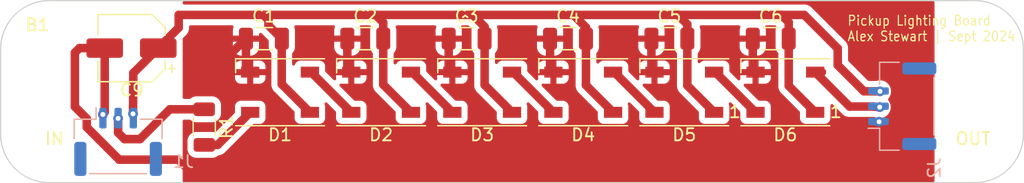
<source format=kicad_pcb>
(kicad_pcb (version 20221018) (generator pcbnew)
  (layers (0 "F.Cu" signal) (31 "B.Cu" signal) (34 "B.Paste" user) (35 "F.Paste" user) (36 "B.SilkS" user "B.Silkscreen") (37 "F.SilkS" user "F.Silkscreen") (38 "B.Mask" user) (39 "F.Mask" user) (44 "Edge.Cuts" user))
  (net 0 "")
  (net 1 "GND")
  (net 2 "VDD")
  (net 3 "Net-(D1-DOUT)")
  (net 4 "Net-(D1-DIN)")
  (net 5 "Net-(D2-DOUT)")
  (net 6 "Net-(D3-DOUT)")
  (net 7 "Net-(D4-DOUT)")
  (net 8 "Net-(D5-DOUT)")
  (net 9 "Net-(D6-DOUT)")
  (net 10 "Net-(J1-Pin_2)")
  (footprint "Resistor_SMD:R_1206_3216Metric" (layer "F.Cu") (at 129.275 27.8625 -90)
    (fp_text reference "R1" (at 0 -1.82 90) (layer "F.SilkS"))
    (fp_text value "470R" hide)
    (fp_line (start -0.727064 -0.91) (end 0.727064 -0.91) (stroke (width 0.12)) (layer "F.SilkS"))
    (fp_line (start -0.727064 0.91) (end 0.727064 0.91) (stroke (width 0.12)) (layer "F.SilkS"))
    (pad "1" smd roundrect (at -1.4625 0 270) (size 1.125 1.75) (layers "F.Cu" "F.Paste" "F.Mask") (roundrect_rratio 0.2222222222) (net 10 "Net-(J1-Pin_2)"))
    (pad "2" smd roundrect (at 1.4625 0 270) (size 1.125 1.75) (layers "F.Cu" "F.Paste" "F.Mask") (roundrect_rratio 0.2222222222) (net 4 "Net-(D1-DIN)"))
  )
  (footprint "Capacitor_SMD:C_1206_3216Metric" (layer "F.Cu") (at 142.5 20.6)
    (fp_text reference "C2" (at 0 -1.85) (layer "F.SilkS"))
    (fp_text value "100nf" hide)
    (fp_line (start -0.711252 -0.91) (end 0.711252 -0.91) (stroke (width 0.12)) (layer "F.SilkS"))
    (fp_line (start -0.711252 0.91) (end 0.711252 0.91) (stroke (width 0.12)) (layer "F.SilkS"))
    (pad "1" smd roundrect (at -1.475 0) (size 1.15 1.8) (layers "F.Cu" "F.Paste" "F.Mask") (roundrect_rratio 0.2173913043) (net 1 "GND"))
    (pad "2" smd roundrect (at 1.475 0) (size 1.15 1.8) (layers "F.Cu" "F.Paste" "F.Mask") (roundrect_rratio 0.2173913043) (net 2 "VDD"))
  )
  (footprint "Capacitor_SMD:CP_Elec_5x5.4" (layer "F.Cu") (at 123.3 21.375 180)
    (fp_text reference "C9" (at -0.025 -3.45) (layer "F.SilkS"))
    (fp_text value "100uf 10V" hide)
    (fp_line (start -3.625 -1.685) (end -3 -1.685) (stroke (width 0.12)) (layer "F.SilkS"))
    (fp_line (start -3.3125 -1.9975) (end -3.3125 -1.3725) (stroke (width 0.12)) (layer "F.SilkS"))
    (fp_line (start -2.76 -1.695563) (end -2.76 -1.06) (stroke (width 0.12)) (layer "F.SilkS"))
    (fp_line (start -2.76 -1.695563) (end -1.695563 -2.76) (stroke (width 0.12)) (layer "F.SilkS"))
    (fp_line (start -2.76 1.695563) (end -2.76 1.06) (stroke (width 0.12)) (layer "F.SilkS"))
    (fp_line (start -2.76 1.695563) (end -1.695563 2.76) (stroke (width 0.12)) (layer "F.SilkS"))
    (fp_line (start -1.695563 -2.76) (end 2.76 -2.76) (stroke (width 0.12)) (layer "F.SilkS"))
    (fp_line (start -1.695563 2.76) (end 2.76 2.76) (stroke (width 0.12)) (layer "F.SilkS"))
    (fp_line (start 2.76 -2.76) (end 2.76 -1.06) (stroke (width 0.12)) (layer "F.SilkS"))
    (fp_line (start 2.76 2.76) (end 2.76 1.06) (stroke (width 0.12)) (layer "F.SilkS"))
    (pad "1" smd roundrect (at -2.2 0 180) (size 3 1.6) (layers "F.Cu" "F.Paste" "F.Mask") (roundrect_rratio 0.15625) (net 2 "VDD"))
    (pad "2" smd roundrect (at 2.2 0 180) (size 3 1.6) (layers "F.Cu" "F.Paste" "F.Mask") (roundrect_rratio 0.15625) (net 1 "GND"))
  )
  (footprint "Capacitor_SMD:C_1206_3216Metric" (layer "F.Cu") (at 167.475 20.6)
    (fp_text reference "C5" (at 0 -1.85) (layer "F.SilkS"))
    (fp_text value "100nf" hide)
    (fp_line (start -0.711252 -0.91) (end 0.711252 -0.91) (stroke (width 0.12)) (layer "F.SilkS"))
    (fp_line (start -0.711252 0.91) (end 0.711252 0.91) (stroke (width 0.12)) (layer "F.SilkS"))
    (pad "1" smd roundrect (at -1.475 0) (size 1.15 1.8) (layers "F.Cu" "F.Paste" "F.Mask") (roundrect_rratio 0.2173913043) (net 1 "GND"))
    (pad "2" smd roundrect (at 1.475 0) (size 1.15 1.8) (layers "F.Cu" "F.Paste" "F.Mask") (roundrect_rratio 0.2173913043) (net 2 "VDD"))
  )
  (footprint "LED_SMD:LED_WS2812B_PLCC4_5.0x5.0mm_P3.2mm" (layer "F.Cu") (at 143.8 25 180)
    (fp_text reference "D2" (at 0 -3.5) (layer "F.SilkS"))
    (fp_text value "WS2812B" hide)
    (fp_line (start -3.65 -2.75) (end 3.65 -2.75) (stroke (width 0.12)) (layer "F.SilkS"))
    (fp_line (start -3.65 2.75) (end 3.65 2.75) (stroke (width 0.12)) (layer "F.SilkS"))
    (fp_line (start 3.65 2.75) (end 3.65 1.6) (stroke (width 0.12)) (layer "F.SilkS"))
    (pad "1" smd rect (at -2.45 -1.65 180) (size 1.5 0.9) (layers "F.Cu" "F.Paste" "F.Mask") (net 2 "VDD"))
    (pad "2" smd rect (at -2.45 1.65 180) (size 1.5 0.9) (layers "F.Cu" "F.Paste" "F.Mask") (net 5 "Net-(D2-DOUT)"))
    (pad "3" smd rect (at 2.45 1.65 180) (size 1.5 0.9) (layers "F.Cu" "F.Paste" "F.Mask") (net 1 "GND"))
    (pad "4" smd rect (at 2.45 -1.65 180) (size 1.5 0.9) (layers "F.Cu" "F.Paste" "F.Mask") (net 3 "Net-(D1-DOUT)"))
  )
  (footprint "LED_SMD:LED_WS2812B_PLCC4_5.0x5.0mm_P3.2mm" (layer "F.Cu") (at 177 25 180)
    (fp_text reference "D6" (at 0 -3.5) (layer "F.SilkS"))
    (fp_text value "WS2812B" hide)
    (fp_text user "1" (at -4.15 -1.6) (layer "F.SilkS"))
    (fp_line (start -3.65 -2.75) (end 3.65 -2.75) (stroke (width 0.12)) (layer "F.SilkS"))
    (fp_line (start -3.65 2.75) (end 3.65 2.75) (stroke (width 0.12)) (layer "F.SilkS"))
    (fp_line (start 3.65 2.75) (end 3.65 1.6) (stroke (width 0.12)) (layer "F.SilkS"))
    (pad "1" smd rect (at -2.45 -1.65 180) (size 1.5 0.9) (layers "F.Cu" "F.Paste" "F.Mask") (net 2 "VDD"))
    (pad "2" smd rect (at -2.45 1.65 180) (size 1.5 0.9) (layers "F.Cu" "F.Paste" "F.Mask") (net 9 "Net-(D6-DOUT)"))
    (pad "3" smd rect (at 2.45 1.65 180) (size 1.5 0.9) (layers "F.Cu" "F.Paste" "F.Mask") (net 1 "GND"))
    (pad "4" smd rect (at 2.45 -1.65 180) (size 1.5 0.9) (layers "F.Cu" "F.Paste" "F.Mask") (net 8 "Net-(D5-DOUT)"))
  )
  (footprint "Capacitor_SMD:C_1206_3216Metric" (layer "F.Cu") (at 159.15 20.6)
    (fp_text reference "C4" (at 0 -1.85) (layer "F.SilkS"))
    (fp_text value "100nf" hide)
    (fp_line (start -0.711252 -0.91) (end 0.711252 -0.91) (stroke (width 0.12)) (layer "F.SilkS"))
    (fp_line (start -0.711252 0.91) (end 0.711252 0.91) (stroke (width 0.12)) (layer "F.SilkS"))
    (pad "1" smd roundrect (at -1.475 0) (size 1.15 1.8) (layers "F.Cu" "F.Paste" "F.Mask") (roundrect_rratio 0.2173913043) (net 1 "GND"))
    (pad "2" smd roundrect (at 1.475 0) (size 1.15 1.8) (layers "F.Cu" "F.Paste" "F.Mask") (roundrect_rratio 0.2173913043) (net 2 "VDD"))
  )
  (footprint "Capacitor_SMD:C_1206_3216Metric" (layer "F.Cu") (at 150.825 20.6)
    (fp_text reference "C3" (at 0 -1.85) (layer "F.SilkS"))
    (fp_text value "100nf" hide)
    (fp_line (start -0.711252 -0.91) (end 0.711252 -0.91) (stroke (width 0.12)) (layer "F.SilkS"))
    (fp_line (start -0.711252 0.91) (end 0.711252 0.91) (stroke (width 0.12)) (layer "F.SilkS"))
    (pad "1" smd roundrect (at -1.475 0) (size 1.15 1.8) (layers "F.Cu" "F.Paste" "F.Mask") (roundrect_rratio 0.2173913043) (net 1 "GND"))
    (pad "2" smd roundrect (at 1.475 0) (size 1.15 1.8) (layers "F.Cu" "F.Paste" "F.Mask") (roundrect_rratio 0.2173913043) (net 2 "VDD"))
  )
  (footprint "MountingHole:MountingHole_2.5mm" (layer "F.Cu") (at 115.375 25)
    (fp_text reference "REF**" hide)
    (fp_text value "MountingHole_2.5mm" hide)
    (pad "" np_thru_hole circle (at 0 0) (size 2.5 2.5) (drill 2.5) (layers "F&B.Cu" "*.Mask"))
  )
  (footprint "LED_SMD:LED_WS2812B_PLCC4_5.0x5.0mm_P3.2mm" (layer "F.Cu") (at 168.7 25 180)
    (fp_text reference "D5" (at 0 -3.5) (layer "F.SilkS"))
    (fp_text value "WS2812B" hide)
    (fp_text user "1" (at -4.15 -1.6) (layer "F.SilkS"))
    (fp_line (start -3.65 -2.75) (end 3.65 -2.75) (stroke (width 0.12)) (layer "F.SilkS"))
    (fp_line (start -3.65 2.75) (end 3.65 2.75) (stroke (width 0.12)) (layer "F.SilkS"))
    (fp_line (start 3.65 2.75) (end 3.65 1.6) (stroke (width 0.12)) (layer "F.SilkS"))
    (pad "1" smd rect (at -2.45 -1.65 180) (size 1.5 0.9) (layers "F.Cu" "F.Paste" "F.Mask") (net 2 "VDD"))
    (pad "2" smd rect (at -2.45 1.65 180) (size 1.5 0.9) (layers "F.Cu" "F.Paste" "F.Mask") (net 8 "Net-(D5-DOUT)"))
    (pad "3" smd rect (at 2.45 1.65 180) (size 1.5 0.9) (layers "F.Cu" "F.Paste" "F.Mask") (net 1 "GND"))
    (pad "4" smd rect (at 2.45 -1.65 180) (size 1.5 0.9) (layers "F.Cu" "F.Paste" "F.Mask") (net 7 "Net-(D4-DOUT)"))
  )
  (footprint "MountingHole:MountingHole_2.5mm" (layer "F.Cu") (at 193.725 25)
    (fp_text reference "REF**" hide)
    (fp_text value "MountingHole_2.5mm" hide)
    (pad "" np_thru_hole circle (at 0 0) (size 2.5 2.5) (drill 2.5) (layers "*.Cu" "*.Mask"))
  )
  (footprint "Capacitor_SMD:C_1206_3216Metric" (layer "F.Cu") (at 134.175 20.6)
    (fp_text reference "C1" (at 0 -1.85) (layer "F.SilkS"))
    (fp_text value "100nf" hide)
    (fp_line (start -0.711252 -0.91) (end 0.711252 -0.91) (stroke (width 0.12)) (layer "F.SilkS"))
    (fp_line (start -0.711252 0.91) (end 0.711252 0.91) (stroke (width 0.12)) (layer "F.SilkS"))
    (pad "1" smd roundrect (at -1.475 0) (size 1.15 1.8) (layers "F.Cu" "F.Paste" "F.Mask") (roundrect_rratio 0.2173913043) (net 1 "GND"))
    (pad "2" smd roundrect (at 1.475 0) (size 1.15 1.8) (layers "F.Cu" "F.Paste" "F.Mask") (roundrect_rratio 0.2173913043) (net 2 "VDD"))
  )
  (footprint "LED_SMD:LED_WS2812B_PLCC4_5.0x5.0mm_P3.2mm" (layer "F.Cu") (at 135.5 25 180)
    (fp_text reference "D1" (at 0 -3.5) (layer "F.SilkS"))
    (fp_text value "WS2812B" hide)
    (fp_line (start -3.65 -2.75) (end 3.65 -2.75) (stroke (width 0.12)) (layer "F.SilkS"))
    (fp_line (start -3.65 2.75) (end 3.65 2.75) (stroke (width 0.12)) (layer "F.SilkS"))
    (fp_line (start 3.65 2.75) (end 3.65 1.6) (stroke (width 0.12)) (layer "F.SilkS"))
    (pad "1" smd rect (at -2.45 -1.65 180) (size 1.5 0.9) (layers "F.Cu" "F.Paste" "F.Mask") (net 2 "VDD"))
    (pad "2" smd rect (at -2.45 1.65 180) (size 1.5 0.9) (layers "F.Cu" "F.Paste" "F.Mask") (net 3 "Net-(D1-DOUT)"))
    (pad "3" smd rect (at 2.45 1.65 180) (size 1.5 0.9) (layers "F.Cu" "F.Paste" "F.Mask") (net 1 "GND"))
    (pad "4" smd rect (at 2.45 -1.65 180) (size 1.5 0.9) (layers "F.Cu" "F.Paste" "F.Mask") (net 4 "Net-(D1-DIN)"))
  )
  (footprint "LED_SMD:LED_WS2812B_PLCC4_5.0x5.0mm_P3.2mm" (layer "F.Cu") (at 152.1 25 180)
    (fp_text reference "D3" (at 0 -3.5) (layer "F.SilkS"))
    (fp_text value "WS2812B" hide)
    (fp_line (start -3.65 -2.75) (end 3.65 -2.75) (stroke (width 0.12)) (layer "F.SilkS"))
    (fp_line (start -3.65 2.75) (end 3.65 2.75) (stroke (width 0.12)) (layer "F.SilkS"))
    (fp_line (start 3.65 2.75) (end 3.65 1.6) (stroke (width 0.12)) (layer "F.SilkS"))
    (pad "1" smd rect (at -2.45 -1.65 180) (size 1.5 0.9) (layers "F.Cu" "F.Paste" "F.Mask") (net 2 "VDD"))
    (pad "2" smd rect (at -2.45 1.65 180) (size 1.5 0.9) (layers "F.Cu" "F.Paste" "F.Mask") (net 6 "Net-(D3-DOUT)"))
    (pad "3" smd rect (at 2.45 1.65 180) (size 1.5 0.9) (layers "F.Cu" "F.Paste" "F.Mask") (net 1 "GND"))
    (pad "4" smd rect (at 2.45 -1.65 180) (size 1.5 0.9) (layers "F.Cu" "F.Paste" "F.Mask") (net 5 "Net-(D2-DOUT)"))
  )
  (footprint "LED_SMD:LED_WS2812B_PLCC4_5.0x5.0mm_P3.2mm" (layer "F.Cu") (at 160.4 25 180)
    (fp_text reference "D4" (at 0 -3.5) (layer "F.SilkS"))
    (fp_text value "WS2812B" hide)
    (fp_line (start -3.65 -2.75) (end 3.65 -2.75) (stroke (width 0.12)) (layer "F.SilkS"))
    (fp_line (start -3.65 2.75) (end 3.65 2.75) (stroke (width 0.12)) (layer "F.SilkS"))
    (fp_line (start 3.65 2.75) (end 3.65 1.6) (stroke (width 0.12)) (layer "F.SilkS"))
    (pad "1" smd rect (at -2.45 -1.65 180) (size 1.5 0.9) (layers "F.Cu" "F.Paste" "F.Mask") (net 2 "VDD"))
    (pad "2" smd rect (at -2.45 1.65 180) (size 1.5 0.9) (layers "F.Cu" "F.Paste" "F.Mask") (net 7 "Net-(D4-DOUT)"))
    (pad "3" smd rect (at 2.45 1.65 180) (size 1.5 0.9) (layers "F.Cu" "F.Paste" "F.Mask") (net 1 "GND"))
    (pad "4" smd rect (at 2.45 -1.65 180) (size 1.5 0.9) (layers "F.Cu" "F.Paste" "F.Mask") (net 6 "Net-(D3-DOUT)"))
  )
  (footprint "Capacitor_SMD:C_1206_3216Metric" (layer "F.Cu") (at 175.8 20.6)
    (fp_text reference "C6" (at 0 -1.85) (layer "F.SilkS"))
    (fp_text value "100nf" hide)
    (fp_line (start -0.711252 -0.91) (end 0.711252 -0.91) (stroke (width 0.12)) (layer "F.SilkS"))
    (fp_line (start -0.711252 0.91) (end 0.711252 0.91) (stroke (width 0.12)) (layer "F.SilkS"))
    (pad "1" smd roundrect (at -1.475 0) (size 1.15 1.8) (layers "F.Cu" "F.Paste" "F.Mask") (roundrect_rratio 0.2173913043) (net 1 "GND"))
    (pad "2" smd roundrect (at 1.475 0) (size 1.15 1.8) (layers "F.Cu" "F.Paste" "F.Mask") (roundrect_rratio 0.2173913043) (net 2 "VDD"))
  )
  (footprint "Connector_JST:JST_GH_BM03B-GHS-TBT_1x03-1MP_P1.25mm_Vertical" (layer "B.Cu") (at 186.6 26.15 90)
    (fp_text reference "J2" (at -5.075 2.625 90) (layer "B.SilkS") (effects (justify mirror)))
    (fp_text value "Board 1 Out")
    (fp_line (start -3.61 -1.86) (end -1.81 -1.86) (stroke (width 0.12)) (layer "B.SilkS"))
    (fp_line (start -3.61 -0.26) (end -3.61 -1.86) (stroke (width 0.12)) (layer "B.SilkS"))
    (fp_line (start -2.34 2.61) (end 2.34 2.61) (stroke (width 0.12)) (layer "B.SilkS"))
    (fp_line (start -1.81 -1.86) (end -1.81 -2.8) (stroke (width 0.12)) (layer "B.SilkS"))
    (fp_line (start 3.61 -1.86) (end 1.81 -1.86) (stroke (width 0.12)) (layer "B.SilkS"))
    (fp_line (start 3.61 -0.26) (end 3.61 -1.86) (stroke (width 0.12)) (layer "B.SilkS"))
    (pad "1" smd roundrect (at -1.25 -1.95 90) (size 0.6 1.7) (layers "B.Cu" "B.Paste" "B.Mask") (net 1 "GND"))
    (pad "2" smd roundrect (at 0 -1.95 90) (size 0.6 1.7) (layers "B.Cu" "B.Paste" "B.Mask") (net 9 "Net-(D6-DOUT)"))
    (pad "3" smd roundrect (at 1.25 -1.95 90) (size 0.6 1.7) (layers "B.Cu" "B.Paste" "B.Mask") (net 2 "VDD"))
    (pad "MP" smd roundrect (at -3.1 1.4 90) (size 1 2.8) (layers "B.Cu" "B.Paste" "B.Mask"))
    (pad "MP" smd roundrect (at 3.1 1.4 90) (size 1 2.8) (layers "B.Cu" "B.Paste" "B.Mask"))
  )
  (footprint "Connector_JST:JST_GH_BM03B-GHS-TBT_1x03-1MP_P1.25mm_Vertical" (layer "B.Cu") (at 122.2 29.075)
    (fp_text reference "J1" (at 5.375 1.625) (layer "B.SilkS") (effects (justify mirror)))
    (fp_text value "Board 1 In")
    (fp_line (start -3.61 -1.86) (end -1.81 -1.86) (stroke (width 0.12)) (layer "B.SilkS"))
    (fp_line (start -3.61 -0.26) (end -3.61 -1.86) (stroke (width 0.12)) (layer "B.SilkS"))
    (fp_line (start -2.34 2.61) (end 2.34 2.61) (stroke (width 0.12)) (layer "B.SilkS"))
    (fp_line (start -1.81 -1.86) (end -1.81 -2.8) (stroke (width 0.12)) (layer "B.SilkS"))
    (fp_line (start 3.61 -1.86) (end 1.81 -1.86) (stroke (width 0.12)) (layer "B.SilkS"))
    (fp_line (start 3.61 -0.26) (end 3.61 -1.86) (stroke (width 0.12)) (layer "B.SilkS"))
    (pad "1" smd roundrect (at -1.25 -1.95) (size 0.6 1.7) (layers "B.Cu" "B.Paste" "B.Mask") (net 1 "GND"))
    (pad "2" smd roundrect (at 0 -1.95) (size 0.6 1.7) (layers "B.Cu" "B.Paste" "B.Mask") (net 10 "Net-(J1-Pin_2)"))
    (pad "3" smd roundrect (at 1.25 -1.95) (size 0.6 1.7) (layers "B.Cu" "B.Paste" "B.Mask") (net 2 "VDD"))
    (pad "MP" smd roundrect (at -3.1 1.4) (size 1 2.8) (layers "B.Cu" "B.Paste" "B.Mask"))
    (pad "MP" smd roundrect (at 3.1 1.4) (size 1 2.8) (layers "B.Cu" "B.Paste" "B.Mask"))
  )
  (gr_line (start 112.55 28.425) (end 112.55 21.475) (stroke (width 0.1)) (layer "Edge.Cuts"))
  (gr_line (start 116.55 32.425) (end 192.55 32.425) (stroke (width 0.1)) (layer "Edge.Cuts"))
  (gr_arc (start 116.55 32.425) (mid 113.721573 31.253427) (end 112.55 28.425) (stroke (width 0.1)) (layer "Edge.Cuts"))
  (gr_arc (start 112.55 21.475) (mid 113.721573 18.646573) (end 116.55 17.475) (stroke (width 0.1)) (layer "Edge.Cuts"))
  (gr_line (start 196.55 21.475) (end 196.55 28.425) (stroke (width 0.1)) (layer "Edge.Cuts"))
  (gr_arc (start 196.55 28.425) (mid 195.378427 31.253427) (end 192.55 32.425) (stroke (width 0.1)) (layer "Edge.Cuts"))
  (gr_arc (start 192.55 17.475) (mid 195.378427 18.646573) (end 196.55 21.475) (stroke (width 0.1)) (layer "Edge.Cuts"))
  (gr_line (start 192.55 17.475) (end 116.55 17.475) (stroke (width 0.1)) (layer "Edge.Cuts"))
  (gr_text "IN" (at 116.1 29.4) (layer "F.SilkS") (effects (font (size 1 1)) (justify left bottom)))
  (gr_text "OUT" (at 190.9 29.4) (layer "F.SilkS") (effects (font (size 1 1)) (justify left bottom)))
  (gr_text "B1" (at 114.5 20.05) (layer "F.SilkS") (effects (font (size 1 1)) (justify left bottom)))
  (gr_text "Pickup Lighting Board\nAlex Stewart | Sept 2024" (at 182.05 20.875) (layer "F.SilkS") (effects (font (size 0.8 0.7) (thickness 0.1)) (justify left bottom)))
  (gr_text "^" (at 150.325 19.875) (layer "F.SilkS") (effects (font (size 1 1)) (justify left bottom)))
  (segment (start 122.2875 30.5375) (end 127.1625 30.5375) (width 0.7) (layer "F.Cu") (net 1))
  (segment (start 118.65 26.189214) (end 119.625 27.164214) (width 0.7) (layer "F.Cu") (net 1))
  (segment (start 120.95 26.775) (end 120.95 26.825) (width 0.7) (layer "F.Cu") (net 1))
  (segment (start 121.1 21.375) (end 119.025 21.375) (width 0.7) (layer "F.Cu") (net 1))
  (segment (start 129.525 31.325) (end 129.55 31.3) (width 0.7) (layer "F.Cu") (net 1))
  (segment (start 141.025 20.6) (end 141.025 23.025) (width 0.7) (layer "F.Cu") (net 1))
  (segment (start 149.35 20.6) (end 149.35 23.05) (width 0.7) (layer "F.Cu") (net 1))
  (segment (start 132.7 23) (end 133.05 23.35) (width 0.7) (layer "F.Cu") (net 1))
  (segment (start 127.1625 30.5375) (end 127.95 31.325) (width 0.7) (layer "F.Cu") (net 1))
  (segment (start 149.35 23.05) (end 149.65 23.35) (width 0.7) (layer "F.Cu") (net 1))
  (segment (start 127.95 31.325) (end 129.525 31.325) (width 0.7) (layer "F.Cu") (net 1))
  (segment (start 121.1 26.625) (end 120.95 26.775) (width 0.7) (layer "F.Cu") (net 1))
  (segment (start 131.65 21.65) (end 132.7 20.6) (width 0.7) (layer "F.Cu") (net 1))
  (segment (start 174.325 23.125) (end 174.55 23.35) (width 0.7) (layer "F.Cu") (net 1))
  (segment (start 120.95 26.825) (end 120.9 26.825) (width 0.7) (layer "F.Cu") (net 1))
  (segment (start 174.325 20.6) (end 174.325 23.125) (width 0.7) (layer "F.Cu") (net 1))
  (segment (start 132.7 20.6) (end 132.7 23) (width 0.7) (layer "F.Cu") (net 1))
  (segment (start 118.65 21.75) (end 118.65 26.189214) (width 0.7) (layer "F.Cu") (net 1))
  (segment (start 119.625 27.875) (end 122.2875 30.5375) (width 0.7) (layer "F.Cu") (net 1))
  (segment (start 119.025 21.375) (end 118.65 21.75) (width 0.7) (layer "F.Cu") (net 1))
  (segment (start 119.625 27.164214) (end 119.625 27.875) (width 0.7) (layer "F.Cu") (net 1))
  (segment (start 166 20.6) (end 166 23.1) (width 0.7) (layer "F.Cu") (net 1))
  (segment (start 157.675 20.6) (end 157.675 23.075) (width 0.7) (layer "F.Cu") (net 1))
  (segment (start 141.025 23.025) (end 141.35 23.35) (width 0.7) (layer "F.Cu") (net 1))
  (segment (start 121.1 21.375) (end 121.1 26.625) (width 0.7) (layer "F.Cu") (net 1))
  (segment (start 157.675 23.075) (end 157.95 23.35) (width 0.7) (layer "F.Cu") (net 1))
  (segment (start 166 23.1) (end 166.25 23.35) (width 0.7) (layer "F.Cu") (net 1))
  (segment (start 120.9 26.825) (end 120.95 26.775) (width 0.7) (layer "F.Cu") (net 1))
  (via (at 120.95 26.825) (size 0.8) (drill 0.4) (layers "F.Cu" "B.Cu") (net 1))
  (via (at 184.7 27.425) (size 0.8) (drill 0.4) (layers "F.Cu" "B.Cu") (net 1))
  (segment (start 160.625 24.425) (end 162.85 26.65) (width 0.7) (layer "F.Cu") (net 2))
  (segment (start 184.775 24.925) (end 184.675 24.925) (width 0.7) (layer "F.Cu") (net 2))
  (segment (start 168.95 20.6) (end 168.95 24.45) (width 0.7) (layer "F.Cu") (net 2))
  (segment (start 168.95 24.45) (end 171.15 26.65) (width 0.7) (layer "F.Cu") (net 2))
  (segment (start 181.3 22.775) (end 183.45 24.925) (width 0.7) (layer "F.Cu") (net 2))
  (segment (start 127.175 19.7) (end 125.5 21.375) (width 0.7) (layer "F.Cu") (net 2))
  (segment (start 168.95 20.6) (end 168.95 19.425) (width 0.7) (layer "F.Cu") (net 2))
  (segment (start 151.325 18.65) (end 159.6 18.65) (width 0.7) (layer "F.Cu") (net 2))
  (segment (start 123.45 23.425) (end 123.425 26.775) (width 0.7) (layer "F.Cu") (net 2))
  (segment (start 143.975 20.6) (end 143.975 19.275) (width 0.7) (layer "F.Cu") (net 2))
  (segment (start 152.3 20.6) (end 152.3 24.4) (width 0.7) (layer "F.Cu") (net 2))
  (segment (start 135.6375 20.6) (end 135.6375 24.3375) (width 0.7) (layer "F.Cu") (net 2))
  (segment (start 181.3 21.4) (end 181.3 22.775) (width 0.7) (layer "F.Cu") (net 2))
  (segment (start 168.175 18.65) (end 176.675 18.65) (width 0.7) (layer "F.Cu") (net 2))
  (segment (start 135.6375 24.3375) (end 137.95 26.65) (width 0.7) (layer "F.Cu") (net 2))
  (segment (start 134.125 18.65) (end 134.55 19.075) (width 0.7) (layer "F.Cu") (net 2))
  (segment (start 134.125 18.65) (end 127.175 18.65) (width 0.7) (layer "F.Cu") (net 2))
  (segment (start 134.55 19.5125) (end 135.6375 20.6) (width 0.7) (layer "F.Cu") (net 2))
  (segment (start 178.55 18.65) (end 181.3 21.4) (width 0.7) (layer "F.Cu") (net 2))
  (segment (start 177.275 20.6) (end 177.275 19.25) (width 0.7) (layer "F.Cu") (net 2))
  (segment (start 183.45 24.925) (end 184.775 24.925) (width 0.7) (layer "F.Cu") (net 2))
  (segment (start 143.975 20.6) (end 143.975 24.375) (width 0.7) (layer "F.Cu") (net 2))
  (segment (start 152.3 19.625) (end 151.325 18.65) (width 0.7) (layer "F.Cu") (net 2))
  (segment (start 152.3 20.6) (end 152.3 19.625) (width 0.7) (layer "F.Cu") (net 2))
  (segment (start 143.975 24.375) (end 146.25 26.65) (width 0.7) (layer "F.Cu") (net 2))
  (segment (start 125.5 21.375) (end 123.45 23.425) (width 0.7) (layer "F.Cu") (net 2))
  (segment (start 160.625 20.6) (end 160.625 24.425) (width 0.7) (layer "F.Cu") (net 2))
  (segment (start 143.975 19.275) (end 143.35 18.65) (width 0.7) (layer "F.Cu") (net 2))
  (segment (start 152.3 24.4) (end 154.55 26.65) (width 0.7) (layer "F.Cu") (net 2))
  (segment (start 159.6 18.65) (end 168.175 18.65) (width 0.7) (layer "F.Cu") (net 2))
  (segment (start 176.675 18.65) (end 178.55 18.65) (width 0.7) (layer "F.Cu") (net 2))
  (segment (start 134.125 18.65) (end 143.35 18.65) (width 0.7) (layer "F.Cu") (net 2))
  (segment (start 123.425 26.775) (end 123.45 26.625) (width 0.7) (layer "F.Cu") (net 2))
  (segment (start 168.95 19.425) (end 168.175 18.65) (width 0.7) (layer "F.Cu") (net 2))
  (segment (start 160.625 19.675) (end 159.6 18.65) (width 0.7) (layer "F.Cu") (net 2))
  (segment (start 143.35 18.65) (end 151.325 18.65) (width 0.7) (layer "F.Cu") (net 2))
  (segment (start 134.55 19.075) (end 134.55 19.5125) (width 0.7) (layer "F.Cu") (net 2))
  (segment (start 177.275 24.475) (end 179.45 26.65) (width 0.7) (layer "F.Cu") (net 2))
  (segment (start 177.275 19.25) (end 176.675 18.65) (width 0.7) (layer "F.Cu") (net 2))
  (segment (start 160.625 20.6) (end 160.625 19.675) (width 0.7) (layer "F.Cu") (net 2))
  (segment (start 127.175 18.65) (end 127.175 19.7) (width 0.7) (layer "F.Cu") (net 2))
  (segment (start 177.275 20.6) (end 177.275 24.475) (width 0.7) (layer "F.Cu") (net 2))
  (via (at 123.425 26.775) (size 0.8) (drill 0.4) (layers "F.Cu" "B.Cu") (net 2))
  (via (at 184.775 24.925) (size 0.8) (drill 0.4) (layers "F.Cu" "B.Cu") (net 2))
  (segment (start 138.05 23.35) (end 141.35 26.65) (width 0.7) (layer "F.Cu") (net 3))
  (segment (start 137.95 23.35) (end 138.05 23.35) (width 0.7) (layer "F.Cu") (net 3))
  (segment (start 130.375 29.325) (end 133.05 26.65) (width 0.7) (layer "F.Cu") (net 4))
  (segment (start 129.275 29.325) (end 130.375 29.325) (width 0.7) (layer "F.Cu") (net 4))
  (segment (start 146.25 23.35) (end 146.35 23.35) (width 0.7) (layer "F.Cu") (net 5))
  (segment (start 146.35 23.35) (end 149.65 26.65) (width 0.7) (layer "F.Cu") (net 5))
  (segment (start 154.55 23.35) (end 154.65 23.35) (width 0.7) (layer "F.Cu") (net 6))
  (segment (start 154.65 23.35) (end 157.95 26.65) (width 0.7) (layer "F.Cu") (net 6))
  (segment (start 162.95 23.35) (end 166.25 26.65) (width 0.7) (layer "F.Cu") (net 7))
  (segment (start 162.85 23.35) (end 162.95 23.35) (width 0.7) (layer "F.Cu") (net 7))
  (segment (start 171.25 23.35) (end 174.55 26.65) (width 0.7) (layer "F.Cu") (net 8))
  (segment (start 171.15 23.35) (end 171.25 23.35) (width 0.7) (layer "F.Cu") (net 8))
  (segment (start 184.75 26.225) (end 184.775 26.175) (width 0.7) (layer "F.Cu") (net 9))
  (segment (start 184.225 26.175) (end 184.75 26.225) (width 0.7) (layer "F.Cu") (net 9))
  (segment (start 182.275 26.175) (end 184.225 26.175) (width 0.7) (layer "F.Cu") (net 9))
  (segment (start 179.45 23.35) (end 180 23.35) (width 0.7) (layer "F.Cu") (net 9))
  (segment (start 179.45 23.35) (end 182.275 26.175) (width 0.7) (layer "F.Cu") (net 9))
  (via (at 184.75 26.225) (size 0.8) (drill 0.4) (layers "F.Cu" "B.Cu") (net 9))
  (segment (start 122.2 28.325) (end 122.725 28.85) (width 0.7) (layer "F.Cu") (net 10))
  (segment (start 122.2 27.15) (end 122.2 28.325) (width 0.7) (layer "F.Cu") (net 10))
  (segment (start 122.725 28.85) (end 124 28.85) (width 0.7) (layer "F.Cu") (net 10))
  (segment (start 122.2 27.125) (end 122.2 27.15) (width 0.7) (layer "F.Cu") (net 10))
  (segment (start 126.45 26.4) (end 129.275 26.4) (width 0.7) (layer "F.Cu") (net 10))
  (segment (start 124 28.85) (end 126.45 26.4) (width 0.7) (layer "F.Cu") (net 10))
  (via (at 122.2 27.15) (size 0.8) (drill 0.4) (layers "F.Cu" "B.Cu") (net 10))
  (zone (net 1) (net_name "GND") (layer "F.Cu") (connect_pads (clearance 0.5)) (min_thickness 0.25) (fill yes (thermal_gap 0.5) (thermal_bridge_width 0.5))
    (polygon (pts (xy 127.5 17.5) (xy 189.25 17.5) (xy 189.25 32.4) (xy 127.5 32.4)))
  )
)
</source>
